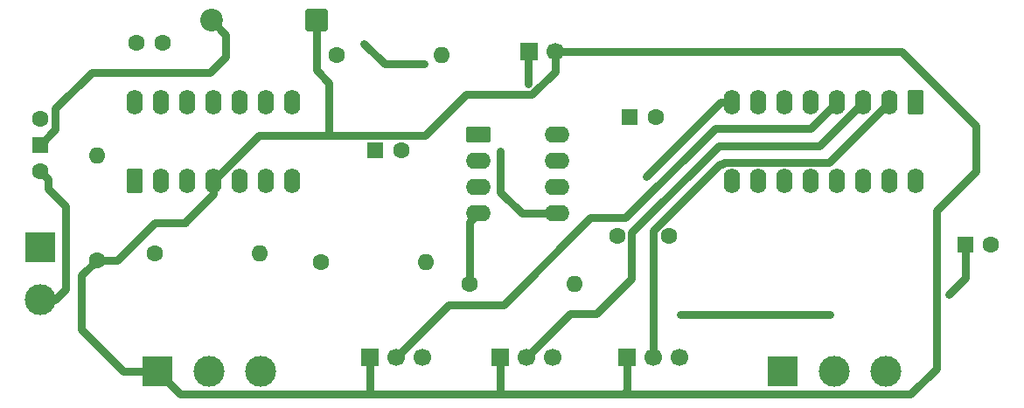
<source format=gbr>
%TF.GenerationSoftware,KiCad,Pcbnew,9.0.2*%
%TF.CreationDate,2025-06-20T13:08:06-04:00*%
%TF.ProjectId,proyecto_2_control,70726f79-6563-4746-9f5f-325f636f6e74,rev?*%
%TF.SameCoordinates,Original*%
%TF.FileFunction,Copper,L1,Top*%
%TF.FilePolarity,Positive*%
%FSLAX46Y46*%
G04 Gerber Fmt 4.6, Leading zero omitted, Abs format (unit mm)*
G04 Created by KiCad (PCBNEW 9.0.2) date 2025-06-20 13:08:06*
%MOMM*%
%LPD*%
G01*
G04 APERTURE LIST*
G04 Aperture macros list*
%AMRoundRect*
0 Rectangle with rounded corners*
0 $1 Rounding radius*
0 $2 $3 $4 $5 $6 $7 $8 $9 X,Y pos of 4 corners*
0 Add a 4 corners polygon primitive as box body*
4,1,4,$2,$3,$4,$5,$6,$7,$8,$9,$2,$3,0*
0 Add four circle primitives for the rounded corners*
1,1,$1+$1,$2,$3*
1,1,$1+$1,$4,$5*
1,1,$1+$1,$6,$7*
1,1,$1+$1,$8,$9*
0 Add four rect primitives between the rounded corners*
20,1,$1+$1,$2,$3,$4,$5,0*
20,1,$1+$1,$4,$5,$6,$7,0*
20,1,$1+$1,$6,$7,$8,$9,0*
20,1,$1+$1,$8,$9,$2,$3,0*%
G04 Aperture macros list end*
%TA.AperFunction,ComponentPad*%
%ADD10C,1.600000*%
%TD*%
%TA.AperFunction,ComponentPad*%
%ADD11O,1.600000X1.600000*%
%TD*%
%TA.AperFunction,ComponentPad*%
%ADD12R,3.000000X3.000000*%
%TD*%
%TA.AperFunction,ComponentPad*%
%ADD13C,3.000000*%
%TD*%
%TA.AperFunction,ComponentPad*%
%ADD14R,1.600000X1.600000*%
%TD*%
%TA.AperFunction,ComponentPad*%
%ADD15R,1.700000X1.700000*%
%TD*%
%TA.AperFunction,ComponentPad*%
%ADD16C,1.700000*%
%TD*%
%TA.AperFunction,ComponentPad*%
%ADD17RoundRect,0.250000X-0.550000X0.950000X-0.550000X-0.950000X0.550000X-0.950000X0.550000X0.950000X0*%
%TD*%
%TA.AperFunction,ComponentPad*%
%ADD18O,1.600000X2.400000*%
%TD*%
%TA.AperFunction,ComponentPad*%
%ADD19R,1.500000X1.500000*%
%TD*%
%TA.AperFunction,ComponentPad*%
%ADD20RoundRect,0.250000X-0.950000X-0.550000X0.950000X-0.550000X0.950000X0.550000X-0.950000X0.550000X0*%
%TD*%
%TA.AperFunction,ComponentPad*%
%ADD21O,2.400000X1.600000*%
%TD*%
%TA.AperFunction,ComponentPad*%
%ADD22RoundRect,0.249999X0.850001X0.850001X-0.850001X0.850001X-0.850001X-0.850001X0.850001X-0.850001X0*%
%TD*%
%TA.AperFunction,ComponentPad*%
%ADD23C,2.200000*%
%TD*%
%TA.AperFunction,ComponentPad*%
%ADD24RoundRect,0.250000X0.550000X-0.950000X0.550000X0.950000X-0.550000X0.950000X-0.550000X-0.950000X0*%
%TD*%
%TA.AperFunction,ViaPad*%
%ADD25C,0.600000*%
%TD*%
%TA.AperFunction,Conductor*%
%ADD26C,0.750000*%
%TD*%
G04 APERTURE END LIST*
D10*
%TO.P,R7,1*%
%TO.N,Net-(U1C-+)*%
X71240000Y-55400000D03*
D11*
%TO.P,R7,2*%
%TO.N,GND*%
X81400000Y-55400000D03*
%TD*%
D12*
%TO.P,J2,1,Pin_1*%
%TO.N,GND*%
X44000000Y-53960000D03*
D13*
%TO.P,J2,2,Pin_2*%
%TO.N,Net-(J2-Pin_2)*%
X44000000Y-59040000D03*
%TD*%
D14*
%TO.P,C4,1*%
%TO.N,GND*%
X101100000Y-41300000D03*
D10*
%TO.P,C4,2*%
X103600000Y-41300000D03*
%TD*%
D15*
%TO.P,J5,1,Pin_1*%
%TO.N,Vcc*%
X88560000Y-64600000D03*
D16*
%TO.P,J5,2,Pin_2*%
%TO.N,PASO1*%
X91100000Y-64600000D03*
%TO.P,J5,3,Pin_3*%
%TO.N,GND*%
X93640000Y-64600000D03*
%TD*%
D17*
%TO.P,U3,1,Q5*%
%TO.N,unconnected-(U3-Q5-Pad1)*%
X128780000Y-39880000D03*
D18*
%TO.P,U3,2,Q1*%
%TO.N,PASO2*%
X126240000Y-39880000D03*
%TO.P,U3,3,Q0*%
%TO.N,PASO1*%
X123700000Y-39880000D03*
%TO.P,U3,4,Q2*%
%TO.N,PASO3*%
X121160000Y-39880000D03*
%TO.P,U3,5,Q6*%
%TO.N,unconnected-(U3-Q6-Pad5)*%
X118620000Y-39880000D03*
%TO.P,U3,6,Q7*%
%TO.N,unconnected-(U3-Q7-Pad6)*%
X116080000Y-39880000D03*
%TO.P,U3,7,Q3*%
%TO.N,Net-(U3-Q3)*%
X113540000Y-39880000D03*
%TO.P,U3,8,VSS*%
%TO.N,GND*%
X111000000Y-39880000D03*
%TO.P,U3,9,Q8*%
%TO.N,unconnected-(U3-Q8-Pad9)*%
X111000000Y-47500000D03*
%TO.P,U3,10,Q4*%
%TO.N,unconnected-(U3-Q4-Pad10)*%
X113540000Y-47500000D03*
%TO.P,U3,11,Q9*%
%TO.N,unconnected-(U3-Q9-Pad11)*%
X116080000Y-47500000D03*
%TO.P,U3,12,Cout*%
%TO.N,unconnected-(U3-Cout-Pad12)*%
X118620000Y-47500000D03*
%TO.P,U3,13,CKEN*%
%TO.N,Net-(U3-CKEN)*%
X121160000Y-47500000D03*
%TO.P,U3,14,CLK*%
%TO.N,Net-(U2-Q)*%
X123700000Y-47500000D03*
%TO.P,U3,15,Reset*%
%TO.N,Net-(U3-Q3)*%
X126240000Y-47500000D03*
%TO.P,U3,16,VDD*%
%TO.N,Net-(U2-R)*%
X128780000Y-47500000D03*
%TD*%
D12*
%TO.P,RV2,1,1*%
%TO.N,Vcc*%
X55400000Y-66000000D03*
D13*
%TO.P,RV2,2,2*%
%TO.N,Net-(U1A--)*%
X60400000Y-66000000D03*
%TO.P,RV2,3,3*%
%TO.N,GND*%
X65400000Y-66000000D03*
%TD*%
D19*
%TO.P,SW1,1,A*%
%TO.N,Net-(D1-A)*%
X44000000Y-44000000D03*
D10*
%TO.P,SW1,2,B*%
%TO.N,Net-(J2-Pin_2)*%
X44000000Y-46540000D03*
%TO.P,SW1,3,C*%
%TO.N,unconnected-(SW1-C-Pad3)*%
X44000000Y-41460000D03*
%TD*%
D20*
%TO.P,U2,1,GND*%
%TO.N,GND*%
X86480000Y-43060000D03*
D21*
%TO.P,U2,2,TR*%
%TO.N,Net-(U2-THR)*%
X86480000Y-45600000D03*
%TO.P,U2,3,Q*%
%TO.N,Net-(U2-Q)*%
X86480000Y-48140000D03*
%TO.P,U2,4,R*%
%TO.N,Net-(U2-R)*%
X86480000Y-50680000D03*
%TO.P,U2,5,CV*%
%TO.N,Net-(U2-CV)*%
X94100000Y-50680000D03*
%TO.P,U2,6,THR*%
%TO.N,Net-(U2-THR)*%
X94100000Y-48140000D03*
%TO.P,U2,7,DIS*%
%TO.N,Net-(U2-DIS)*%
X94100000Y-45600000D03*
%TO.P,U2,8,VCC*%
%TO.N,Net-(U2-R)*%
X94100000Y-43060000D03*
%TD*%
D10*
%TO.P,R1,1*%
%TO.N,Vcc*%
X49500000Y-55180000D03*
D11*
%TO.P,R1,2*%
%TO.N,Net-(U1A-+)*%
X49500000Y-45020000D03*
%TD*%
D10*
%TO.P,C2,1*%
%TO.N,Net-(U2-CV)*%
X99900000Y-52800000D03*
%TO.P,C2,2*%
%TO.N,GND*%
X104900000Y-52800000D03*
%TD*%
D22*
%TO.P,D1,1,K*%
%TO.N,Vcc*%
X70761084Y-31966693D03*
D23*
%TO.P,D1,2,A*%
%TO.N,Net-(D1-A)*%
X60601084Y-31966693D03*
%TD*%
D10*
%TO.P,R2,1*%
%TO.N,Net-(U1A-+)*%
X53360000Y-34100000D03*
%TO.P,R2,2*%
%TO.N,GND*%
X55900000Y-34100000D03*
%TD*%
D15*
%TO.P,J7,1,Pin_1*%
%TO.N,Vcc*%
X75960000Y-64600000D03*
D16*
%TO.P,J7,2,Pin_2*%
%TO.N,PASO3*%
X78500000Y-64600000D03*
%TO.P,J7,3,Pin_3*%
%TO.N,GND*%
X81040000Y-64600000D03*
%TD*%
D10*
%TO.P,R4,1*%
%TO.N,Net-(U1B-+)*%
X55120000Y-54500000D03*
D11*
%TO.P,R4,2*%
%TO.N,GND*%
X65280000Y-54500000D03*
%TD*%
D14*
%TO.P,C3,1*%
%TO.N,Net-(U2-R)*%
X133600000Y-53700000D03*
D10*
%TO.P,C3,2*%
%TO.N,GND*%
X136100000Y-53700000D03*
%TD*%
D12*
%TO.P,RV1,1,1*%
%TO.N,unconnected-(RV1-Pad1)*%
X115900000Y-66000000D03*
D13*
%TO.P,RV1,2,2*%
%TO.N,Net-(U2-DIS)*%
X120900000Y-66000000D03*
%TO.P,RV1,3,3*%
%TO.N,Net-(U2-THR)*%
X125900000Y-66000000D03*
%TD*%
D10*
%TO.P,R8,1*%
%TO.N,Net-(U1D-+)*%
X72720000Y-35300000D03*
D11*
%TO.P,R8,2*%
%TO.N,GND*%
X82880000Y-35300000D03*
%TD*%
D24*
%TO.P,U1,1*%
%TO.N,Net-(U2-R)*%
X53200000Y-47520000D03*
D18*
%TO.P,U1,2,-*%
%TO.N,Net-(U1A--)*%
X55740000Y-47520000D03*
%TO.P,U1,3,+*%
%TO.N,Net-(U1A-+)*%
X58280000Y-47520000D03*
%TO.P,U1,4,V+*%
%TO.N,Vcc*%
X60820000Y-47520000D03*
%TO.P,U1,5,+*%
%TO.N,Net-(U1B-+)*%
X63360000Y-47520000D03*
%TO.P,U1,6,-*%
%TO.N,Net-(U1B--)*%
X65900000Y-47520000D03*
%TO.P,U1,7*%
X68440000Y-47520000D03*
%TO.P,U1,8*%
%TO.N,Net-(U1C--)*%
X68440000Y-39900000D03*
%TO.P,U1,9,-*%
X65900000Y-39900000D03*
%TO.P,U1,10,+*%
%TO.N,Net-(U1C-+)*%
X63360000Y-39900000D03*
%TO.P,U1,11,V-*%
%TO.N,GND*%
X60820000Y-39900000D03*
%TO.P,U1,12,+*%
%TO.N,Net-(U1D-+)*%
X58280000Y-39900000D03*
%TO.P,U1,13,-*%
%TO.N,Net-(U1D--)*%
X55740000Y-39900000D03*
%TO.P,U1,14*%
X53200000Y-39900000D03*
%TD*%
D15*
%TO.P,J1,1,Pin_1*%
%TO.N,GND*%
X91325000Y-35000000D03*
D16*
%TO.P,J1,2,Pin_2*%
%TO.N,Vcc*%
X93865000Y-35000000D03*
%TD*%
D15*
%TO.P,J6,1,Pin_1*%
%TO.N,Vcc*%
X100860000Y-64600000D03*
D16*
%TO.P,J6,2,Pin_2*%
%TO.N,PASO2*%
X103400000Y-64600000D03*
%TO.P,J6,3,Pin_3*%
%TO.N,GND*%
X105940000Y-64600000D03*
%TD*%
D14*
%TO.P,C1,1*%
%TO.N,Net-(U2-THR)*%
X76500000Y-44500000D03*
D10*
%TO.P,C1,2*%
%TO.N,GND*%
X79000000Y-44500000D03*
%TD*%
%TO.P,R3,1*%
%TO.N,Net-(U2-R)*%
X85640000Y-57500000D03*
D11*
%TO.P,R3,2*%
%TO.N,Net-(U2-DIS)*%
X95800000Y-57500000D03*
%TD*%
D25*
%TO.N,GND*%
X102727541Y-47072459D03*
X81172459Y-36172459D03*
X91300000Y-38100000D03*
X75400000Y-34200000D03*
%TO.N,Net-(U2-CV)*%
X88600000Y-44649000D03*
%TO.N,Net-(U2-R)*%
X132000000Y-58500000D03*
X120500000Y-60500000D03*
X106000000Y-60500000D03*
%TD*%
D26*
%TO.N,GND*%
X109920000Y-39880000D02*
X111000000Y-39880000D01*
X91300000Y-35025000D02*
X91325000Y-35000000D01*
X102727541Y-47072459D02*
X109920000Y-39880000D01*
X91300000Y-38100000D02*
X91300000Y-35025000D01*
X77372459Y-36172459D02*
X75400000Y-34200000D01*
X81172459Y-36172459D02*
X77372459Y-36172459D01*
%TO.N,Net-(U2-CV)*%
X88600000Y-48600000D02*
X90680000Y-50680000D01*
X88600000Y-44649000D02*
X88600000Y-48600000D01*
X90680000Y-50680000D02*
X94100000Y-50680000D01*
%TO.N,Net-(U2-R)*%
X120500000Y-60500000D02*
X106000000Y-60500000D01*
X85640000Y-57500000D02*
X85640000Y-51520000D01*
X133600000Y-53700000D02*
X133600000Y-56900000D01*
X133600000Y-56900000D02*
X132000000Y-58500000D01*
X85640000Y-51520000D02*
X86480000Y-50680000D01*
%TO.N,Vcc*%
X100860000Y-64600000D02*
X100860000Y-67840000D01*
X130800000Y-50400000D02*
X134600000Y-46600000D01*
X91644917Y-39100000D02*
X93865000Y-36879917D01*
X58100000Y-51500000D02*
X60820000Y-48780000D01*
X76100000Y-68200000D02*
X88500000Y-68200000D01*
X100860000Y-67840000D02*
X100500000Y-68200000D01*
X88560000Y-68140000D02*
X88500000Y-68200000D01*
X57600000Y-68200000D02*
X76100000Y-68200000D01*
X128300000Y-68200000D02*
X130800000Y-65700000D01*
X134600000Y-46600000D02*
X134600000Y-42200000D01*
X81276000Y-43124000D02*
X85300000Y-39100000D01*
X75960000Y-64600000D02*
X75960000Y-68060000D01*
X100500000Y-68200000D02*
X128300000Y-68200000D01*
X48000000Y-59500000D02*
X48000000Y-56680000D01*
X52100000Y-66000000D02*
X48010963Y-61910963D01*
X60820000Y-47520000D02*
X65216000Y-43124000D01*
X48000000Y-56680000D02*
X49500000Y-55180000D01*
X93865000Y-36879917D02*
X93865000Y-35000000D01*
X72000000Y-43124000D02*
X81276000Y-43124000D01*
X48010963Y-61910963D02*
X48000000Y-59500000D01*
X134600000Y-42200000D02*
X127400000Y-35000000D01*
X60820000Y-48780000D02*
X60820000Y-47520000D01*
X55400000Y-66000000D02*
X52100000Y-66000000D01*
X75960000Y-68060000D02*
X76100000Y-68200000D01*
X88560000Y-64600000D02*
X88560000Y-68140000D01*
X51520000Y-55180000D02*
X55100000Y-51600000D01*
X130800000Y-65700000D02*
X130800000Y-50400000D01*
X85300000Y-39100000D02*
X91644917Y-39100000D01*
X72000000Y-38000000D02*
X72000000Y-43124000D01*
X65216000Y-43124000D02*
X72000000Y-43124000D01*
X127400000Y-35000000D02*
X93865000Y-35000000D01*
X88500000Y-68200000D02*
X100500000Y-68200000D01*
X55400000Y-66000000D02*
X57600000Y-68200000D01*
X55100000Y-51600000D02*
X58100000Y-51600000D01*
X70761084Y-31966693D02*
X70761084Y-36761084D01*
X70761084Y-36761084D02*
X72000000Y-38000000D01*
X58100000Y-51600000D02*
X58100000Y-51500000D01*
X49500000Y-55180000D02*
X51520000Y-55180000D01*
%TO.N,PASO2*%
X103400000Y-52354042D02*
X103400000Y-64600000D01*
X110100000Y-45900000D02*
X109854042Y-45900000D01*
X126240000Y-39880000D02*
X120396000Y-45724000D01*
X109854042Y-45900000D02*
X103400000Y-52354042D01*
X120396000Y-45724000D02*
X110276000Y-45724000D01*
X110276000Y-45724000D02*
X110100000Y-45900000D01*
%TO.N,PASO3*%
X118640000Y-42400000D02*
X109400000Y-42400000D01*
X83600000Y-59500000D02*
X78500000Y-64600000D01*
X121160000Y-39880000D02*
X118640000Y-42400000D01*
X97300000Y-51100000D02*
X88900000Y-59500000D01*
X100700000Y-51100000D02*
X97300000Y-51100000D01*
X109400000Y-42400000D02*
X100700000Y-51100000D01*
X88900000Y-59500000D02*
X83600000Y-59500000D01*
%TO.N,PASO1*%
X101276000Y-57024000D02*
X97900000Y-60400000D01*
X123700000Y-39880000D02*
X119480000Y-44100000D01*
X95300000Y-60400000D02*
X91100000Y-64600000D01*
X119480000Y-44100000D02*
X109700000Y-44100000D01*
X101276000Y-52524000D02*
X101276000Y-57024000D01*
X109700000Y-44100000D02*
X101276000Y-52524000D01*
X97900000Y-60400000D02*
X95300000Y-60400000D01*
%TO.N,Net-(J2-Pin_2)*%
X46500000Y-58000000D02*
X46500000Y-50000000D01*
X44796137Y-47336137D02*
X44000000Y-46540000D01*
X44796137Y-48296137D02*
X44796137Y-47336137D01*
X45460000Y-59040000D02*
X46500000Y-58000000D01*
X46500000Y-50000000D02*
X44796137Y-48296137D01*
X44000000Y-59040000D02*
X45460000Y-59040000D01*
%TO.N,Net-(D1-A)*%
X62000000Y-35500000D02*
X62000000Y-33365609D01*
X62000000Y-33365609D02*
X60601084Y-31966693D01*
X44000000Y-44000000D02*
X45500000Y-42500000D01*
X49000000Y-37000000D02*
X60500000Y-37000000D01*
X45500000Y-42500000D02*
X45500000Y-40500000D01*
X45500000Y-40500000D02*
X49000000Y-37000000D01*
X60500000Y-37000000D02*
X62000000Y-35500000D01*
%TD*%
M02*

</source>
